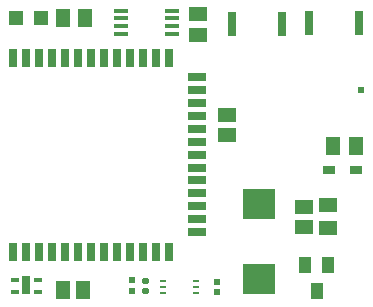
<source format=gbr>
G04 EAGLE Gerber RS-274X export*
G75*
%MOMM*%
%FSLAX34Y34*%
%LPD*%
%INSolderpaste Top*%
%IPPOS*%
%AMOC8*
5,1,8,0,0,1.08239X$1,22.5*%
G01*
%ADD10R,2.700000X2.550000*%
%ADD11R,1.000000X0.800000*%
%ADD12R,1.300000X1.600000*%
%ADD13R,1.600000X1.300000*%
%ADD14R,1.500000X1.300000*%
%ADD15R,0.508000X0.508000*%
%ADD16R,1.200000X1.200000*%
%ADD17R,1.300000X1.500000*%
%ADD18R,0.800000X2.000000*%
%ADD19R,1.200000X0.450000*%
%ADD20R,1.000000X1.400000*%
%ADD21R,0.650000X1.500000*%
%ADD22R,1.500000X0.650000*%
%ADD23C,0.087500*%
%ADD24R,0.700000X1.600000*%
%ADD25R,0.550000X0.250000*%
%ADD26R,0.600000X0.540000*%
%ADD27C,0.270000*%


D10*
X223300Y25300D03*
X223300Y88700D03*
D11*
X305750Y117750D03*
X282750Y117750D03*
D12*
X286000Y137750D03*
X305000Y137750D03*
D13*
X281500Y68750D03*
X281500Y87750D03*
D14*
X261000Y86750D03*
X261000Y69750D03*
D15*
X306750Y137750D03*
X309500Y185250D03*
D12*
X76250Y246250D03*
X57250Y246250D03*
D16*
X38500Y246250D03*
X17500Y246250D03*
D17*
X57250Y16500D03*
X74250Y16500D03*
D14*
X196000Y164500D03*
X196000Y147500D03*
D18*
X266000Y242000D03*
X308000Y242000D03*
X200750Y241750D03*
X242750Y241750D03*
D19*
X106250Y252750D03*
X106250Y246250D03*
X106250Y239750D03*
X106250Y233250D03*
X149750Y233250D03*
X149750Y239750D03*
X149750Y246250D03*
X149750Y252750D03*
D14*
X172000Y249500D03*
X172000Y232500D03*
D20*
X272000Y15000D03*
X262500Y37000D03*
X281500Y37000D03*
D21*
X26250Y48700D03*
X37250Y48700D03*
X48250Y48700D03*
X59250Y48700D03*
X70250Y48700D03*
X81250Y48700D03*
X92250Y48700D03*
X103250Y48700D03*
X114250Y48700D03*
X125250Y48700D03*
X136250Y48700D03*
X147250Y48700D03*
D22*
X170750Y64900D03*
X170750Y75900D03*
X170750Y86900D03*
X170750Y97900D03*
X170750Y108900D03*
X170750Y119900D03*
X170750Y130900D03*
D21*
X15250Y48700D03*
X26250Y212600D03*
X37250Y212600D03*
X48250Y212600D03*
X59250Y212600D03*
X70250Y212600D03*
X81250Y212600D03*
X92250Y212600D03*
X103250Y212600D03*
X114250Y212600D03*
X125250Y212600D03*
X136250Y212600D03*
X147250Y212600D03*
X15250Y212600D03*
D22*
X170750Y141900D03*
X170750Y152900D03*
X170750Y163900D03*
X170750Y174900D03*
X170750Y185900D03*
X170750Y196900D03*
D23*
X39013Y16313D02*
X32387Y16313D01*
X39013Y16313D02*
X39013Y13687D01*
X32387Y13687D01*
X32387Y16313D01*
X32387Y14518D02*
X39013Y14518D01*
X39013Y15349D02*
X32387Y15349D01*
X32387Y16180D02*
X39013Y16180D01*
X39013Y26313D02*
X32387Y26313D01*
X39013Y26313D02*
X39013Y23687D01*
X32387Y23687D01*
X32387Y26313D01*
X32387Y24518D02*
X39013Y24518D01*
X39013Y25349D02*
X32387Y25349D01*
X32387Y26180D02*
X39013Y26180D01*
X19613Y26313D02*
X12987Y26313D01*
X19613Y26313D02*
X19613Y23687D01*
X12987Y23687D01*
X12987Y26313D01*
X12987Y24518D02*
X19613Y24518D01*
X19613Y25349D02*
X12987Y25349D01*
X12987Y26180D02*
X19613Y26180D01*
X19613Y16313D02*
X12987Y16313D01*
X19613Y16313D02*
X19613Y13687D01*
X12987Y13687D01*
X12987Y16313D01*
X12987Y14518D02*
X19613Y14518D01*
X19613Y15349D02*
X12987Y15349D01*
X12987Y16180D02*
X19613Y16180D01*
D24*
X26000Y20000D03*
D25*
X169750Y14000D03*
X169750Y19000D03*
X169750Y24000D03*
X142250Y24000D03*
X142250Y19000D03*
X142250Y14000D03*
D26*
X115680Y15680D03*
X115680Y24320D03*
D27*
X125030Y22970D02*
X125030Y25670D01*
X128330Y25670D01*
X128330Y22970D01*
X125030Y22970D01*
X125030Y25535D02*
X128330Y25535D01*
X125030Y17030D02*
X125030Y14330D01*
X125030Y17030D02*
X128330Y17030D01*
X128330Y14330D01*
X125030Y14330D01*
X125030Y16895D02*
X128330Y16895D01*
D26*
X187680Y14680D03*
X187680Y23320D03*
M02*

</source>
